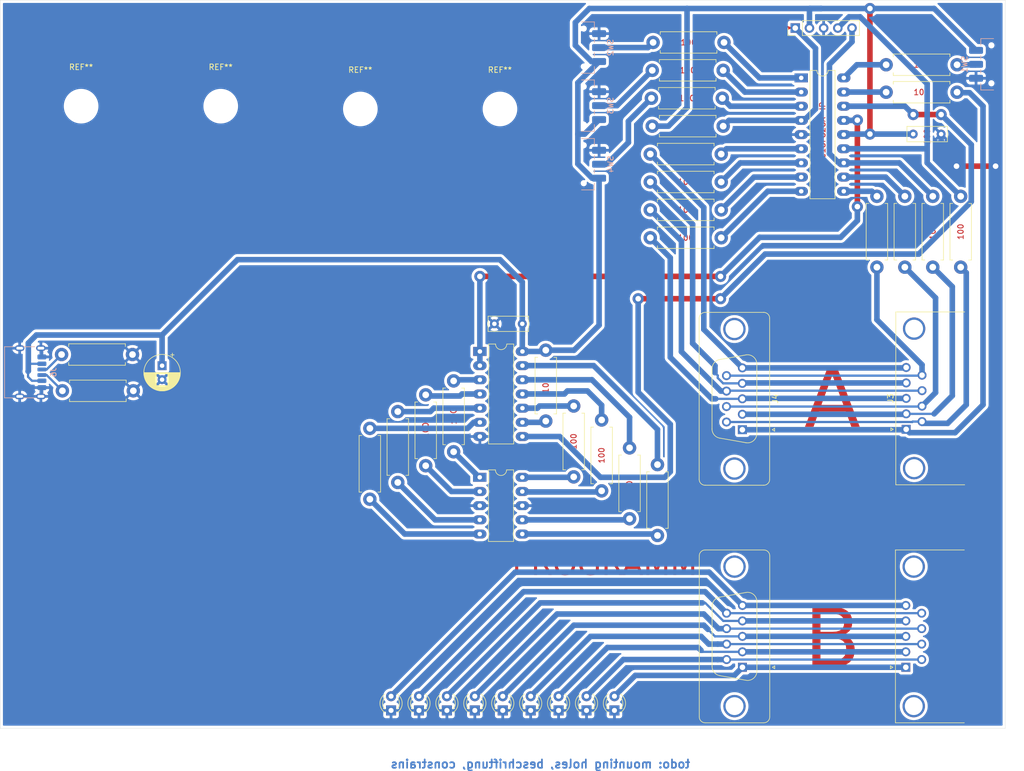
<source format=kicad_pcb>
(kicad_pcb (version 20240108) (generator "pcbnew") (generator_version "8.0")
  (layers (0 "F.Cu" signal) (31 "B.Cu" signal) (34 "B.Paste" user) (35 "F.Paste" user) (36 "B.SilkS" user "B.Silkscreen") (37 "F.SilkS" user "F.Silkscreen") (38 "B.Mask" user) (39 "F.Mask" user) (44 "Edge.Cuts" user))
  (net 0 "")
  (net 1 "GND")
  (net 2 "Net-(D1-A)")
  (net 3 "Net-(D2-A)")
  (net 4 "Net-(D3-A)")
  (net 5 "Net-(D4-A)")
  (net 6 "Net-(D5-A)")
  (net 7 "Net-(D6-A)")
  (net 8 "Net-(D7-A)")
  (net 9 "Net-(D8-A)")
  (net 10 "Net-(D9-A)")
  (net 15 "Net-(J3-Pad7)")
  (net 16 "Net-(J3-Pad8)")
  (net 17 "Net-(J3-Pad2)")
  (net 18 "Net-(J3-Pad1)")
  (net 20 "Net-(J3-Pad6)")
  (net 21 "Net-(J3-Pad5)")
  (net 22 "Net-(J3-Pad4)")
  (net 23 "Net-(J3-Pad9)")
  (net 24 "Net-(J3-Pad3)")
  (net 28 "Segment G")
  (net 29 "Segment F")
  (net 30 "Segment B")
  (net 31 "Segment A")
  (net 32 "Segment DP")
  (net 33 "Segment C")
  (net 34 "Segment E")
  (net 35 "Segment D")
  (net 36 "VDD")
  (net 37 "Net-(J6-CC1)")
  (net 38 "Net-(J6-CC2)")
  (net 39 "Net-(U2-Q0)")
  (net 40 "Net-(U2-Q1)")
  (net 41 "Net-(U2-Q2)")
  (net 42 "Net-(U2-Q3)")
  (net 43 "Net-(U2-Q4)")
  (net 44 "Net-(U2-Q5)")
  (net 45 "Net-(U2-Q6)")
  (net 46 "Net-(U2-Q7)")
  (net 47 "Net-(U1-AN1{slash}RA1)")
  (net 48 "Net-(R11-Pad2)")
  (net 49 "Net-(U1-Vref{slash}AN2{slash}RA2)")
  (net 50 "Net-(R12-Pad2)")
  (net 51 "Net-(R13-Pad2)")
  (net 52 "Net-(U1-CMP1{slash}AN3{slash}RA3)")
  (net 53 "Net-(U1-TOCKI{slash}CMP2{slash}RA4)")
  (net 54 "Net-(R14-Pad2)")
  (net 55 "Net-(U2-~{MR})")
  (net 56 "Net-(U1-RB0{slash}INT)")
  (net 57 "Net-(U1-RB1{slash}RX{slash}DT)")
  (net 58 "Net-(U1-RB2{slash}TX{slash}CK)")
  (net 59 "Net-(U1-RB3{slash}CCP1)")
  (net 60 "Net-(U1-RB4{slash}PGM)")
  (net 61 "Net-(U1-RB5)")
  (net 62 "Net-(U1-AN0{slash}RA0)")
  (net 63 "Net-(U1-CLKOUT{slash}OSC2{slash}RA6)")
  (net 64 "Net-(U1-CLKIN{slash}OSC1{slash}RA7)")
  (net 65 "VPP")
  (net 66 "PGC")
  (net 67 "PGD")
  (footprint "Resistor_THT:R_Axial_DIN0411_L9.9mm_D3.6mm_P12.70mm_Horizontal" (layer "F.Cu") (at 120.705 107.225 -90)
    (property "Reference" "R3" (hide yes))
    (property "Value" "100")
  )
  (footprint "Resistor_THT:R_Axial_DIN0411_L9.9mm_D3.6mm_P12.70mm_Horizontal" (layer "F.Cu") (at 152.205 106.225 -90)
    (property "Reference" "R5" (hide yes))
    (property "Value" "100")
  )
  (footprint "Package_DIP:DIP-14_W7.62mm_LongPads" (layer "F.Cu") (at 135.405 96.45)
    (property "Reference" "U2" (hide yes))
    (property "Value" "74HC164")
  )
  (footprint "Resistor_THT:R_Axial_DIN0411_L9.9mm_D3.6mm_P12.70mm_Horizontal" (layer "F.Cu") (at 178.82 51.08 180)
    (property "Reference" "R14" (hide yes))
    (property "Value" "100")
  )
  (footprint "Resistor_THT:R_Axial_DIN0411_L9.9mm_D3.6mm_P12.70mm_Horizontal" (layer "F.Cu") (at 125.705 104.225 -90)
    (property "Reference" "R2" (hide yes))
    (property "Value" "100")
  )
  (footprint "Resistor_THT:R_Axial_DIN0411_L9.9mm_D3.6mm_P12.70mm_Horizontal" (layer "F.Cu") (at 147.205 108.925 90)
    (property "Reference" "R15" (hide yes))
    (property "Value" "10k")
  )
  (footprint "Resistor_THT:R_Axial_DIN0411_L9.9mm_D3.6mm_P12.70mm_Horizontal" (layer "F.Cu") (at 208.15 45.08)
    (property "Reference" "R11" (hide yes))
    (property "Value" "100")
  )
  (footprint "Resistor_THT:R_Axial_DIN0411_L9.9mm_D3.6mm_P12.70mm_Horizontal" (layer "F.Cu") (at 73.35 103.5 180)
    (property "Reference" "R10" (hide yes))
    (property "Value" "4k7")
  )
  (footprint "Resistor_THT:R_Axial_DIN0411_L9.9mm_D3.6mm_P12.70mm_Horizontal" (layer "F.Cu") (at 166.27 56.08)
    (property "Reference" "R16" (hide yes))
    (property "Value" "10k")
  )
  (footprint "LED_THT:LED_D3.0mm" (layer "F.Cu") (at 154.5 160.77 90)
    (property "Reference" "D2" (hide yes))
    (property "Value" "LED")
  )
  (footprint "Resistor_THT:R_Axial_DIN0411_L9.9mm_D3.6mm_P12.70mm_Horizontal" (layer "F.Cu") (at 157.205 108.725 -90)
    (property "Reference" "R6" (hide yes))
    (property "Value" "100")
  )
  (footprint "Resistor_THT:R_Axial_DIN0411_L9.9mm_D3.6mm_P12.70mm_Horizontal" (layer "F.Cu") (at 115.705 110.225 -90)
    (property "Reference" "R4" (hide yes))
    (property "Value" "100")
  )
  (footprint "Connector_Dsub:DSUB-9_Female_Vertical_P2.77x2.84mm_MountingHoles" (layer "F.Cu") (at 182.405 110.475 -90)
    (property "Reference" "J4")
    (property "Value" "DE9_Receptacle_MountingHoles")
  )
  (footprint "Resistor_THT:R_Axial_DIN0411_L9.9mm_D3.6mm_P12.70mm_Horizontal" (layer "F.Cu") (at 216.5 81.35 90)
    (property "Reference" "R23" (hide yes))
    (property "Value" "100")
  )
  (footprint "Package_DIP:DIP-10_W7.62mm_LongPads" (layer "F.Cu") (at 135.38 119)
    (property "Reference" "J5" (hide yes))
    (property "Value" "Unbetitelte Telefunken-Anzeige aus Restbestände")
  )
  (footprint "Connector_Dsub:DSUB-9_Female_Vertical_P2.77x2.84mm_MountingHoles" (layer "F.Cu") (at 182.42 153.04 -90)
    (property "Reference" "J2" (hide yes))
    (property "Value" "DE9_Receptacle_MountingHoles")
  )
  (footprint "LED_THT:LED_D3.0mm" (layer "F.Cu") (at 144.5 160.77 90)
    (property "Reference" "D4" (hide yes))
    (property "Value" "LED")
  )
  (footprint "Resistor_THT:R_Axial_DIN0411_L9.9mm_D3.6mm_P12.70mm_Horizontal" (layer "F.Cu") (at 165.92 61.08)
    (property "Reference" "R17" (hide yes))
    (property "Value" "100")
  )
  (footprint "Connector_PinHeader_2.54mm:PinHeader_1x05_P2.54mm_Vertical" (layer "F.Cu") (at 191.88 38.5 90)
    (property "Reference" "J7" (hide yes))
    (property "Value" "ICSP")
  )
  (footprint "LED_THT:LED_D3.0mm" (layer "F.Cu") (at 134.5 160.77 90)
    (property "Reference" "D6" (hide yes))
    (property "Value" "LED")
  )
  (footprint "Resistor_THT:R_Axial_DIN0411_L9.9mm_D3.6mm_P12.70mm_Horizontal" (layer "F.Cu") (at 73.2 97 180)
    (property "Reference" "R9" (hide yes))
    (property "Value" "4k7")
  )
  (footprint "Resistor_THT:R_Axial_DIN0411_L9.9mm_D3.6mm_P12.70mm_Horizontal" (layer "F.Cu") (at 206.5 81.35 90)
    (property "Reference" "R21" (hide yes))
    (property "Value" "100")
  )
  (footprint "LED_THT:LED_D3.0mm" (layer "F.Cu") (at 119.5 160.77 90)
    (property "Reference" "D9" (hide yes))
    (property "Value" "LED")
  )
  (footprint "LED_THT:LED_D3.0mm" (layer "F.Cu") (at 139.5 160.77 90)
    (property "Reference" "D5" (hide yes))
    (property "Value" "LED")
  )
  (footprint "Resistor_THT:R_Axial_DIN0411_L9.9mm_D3.6mm_P12.70mm_Horizontal" (layer "F.Cu") (at 165.92 71.08)
    (property "Reference" "R19" (hide yes))
    (property "Value" "100")
  )
  (footprint "Resistor_THT:R_Axial_DIN0411_L9.9mm_D3.6mm_P12.70mm_Horizontal" (layer "F.Cu") (at 165.92 76.08)
    (property "Reference" "R20" (hide yes))
    (property "Value" "100")
  )
  (footprint "MountingHole:MountingHole_6mm" (layer "F.Cu") (at 139 53)
    (property "Reference" "REF**")
    (property "Value" "MountingHole_6mm")
  )
  (footprint "Resistor_THT:R_Axial_DIN0411_L9.9mm_D3.6mm_P12.70mm_Horizontal" (layer "F.Cu") (at 167.205 116.725 -90)
    (property "Reference" "R8" (hide yes))
    (property "Value" "100")
  )
  (footprint "Resistor_THT:R_Axial_DIN0411_L9.9mm_D3.6mm_P12.70mm_Horizontal" (layer "F.Cu") (at 178.97 46.08 180)
    (property "Reference" "R13" (hide yes))
    (property "Value" "100")
  )
  (footprint "Resistor_THT:R_Axial_DIN0411_L9.9mm_D3.6mm_P12.70mm_Horizontal" (layer "F.Cu") (at 211.5 81.35 90)
    (property "Reference" "R22" (hide yes))
    (property "Value" "100")
  )
  (footprint "Capacitor_THT:C_Disc_D7.0mm_W2.5mm_P5.00mm" (layer "F.Cu") (at 143 91.5 180)
    (property "Reference" "C2" (hide yes))
    (property "Value" "100n")
  )
  (footprint "Connector_Dsub:DSUB-9_Male_Horizontal_P2.77x2.84mm_EdgePinOffset7.70mm_Housed_MountingHolesOffset9.12mm" (layer "F.Cu") (at 211.674669 153.04 90)
    (property "Reference" "J1" (hide yes))
    (property "Value" "DE9_Plug_MountingHoles")
  )
  (footprint "Connector_Dsub:DSUB-9_Male_Horizontal_P2.77x2.84mm_EdgePinOffset7.70mm_Housed_MountingHolesOffset9.12mm" (layer "F.Cu") (at 211.739669 110.4 90)
    (property "Reference" "J3")
    (property "Value" "DE9_Plug_MountingHoles")
  )
  (footprint "Resistor_THT:R_Axial_DIN0411_L9.9mm_D3.6mm_P12.70mm_Horizontal" (layer "F.Cu") (at 221.5 81.35 90)
    (property "Reference" "R24" (hide yes))
    (property "Value" "100")
  )
  (footprint "Resistor_THT:R_Axial_DIN0411_L9.9mm_D3.6mm_P12.70mm_Horizontal" (layer "F.Cu") (at 165.92 66.08)
    (property "Reference" "R18" (hide yes))
    (property "Value" "100")
  )
  (footprint "LED_THT:LED_D3.0mm" (layer "F.Cu") (at 124.5 160.77 90)
    (property "Reference" "D8" (hide yes))
    (property "Value" "LED")
  )
  (footprint "MountingHole:MountingHole_6mm" (layer "F.Cu") (at 64 52.5)
    (property "Reference" "REF**")
    (property "Value" "MountingHole_6mm")
  )
  (footprint "Package_DIP:DIP-18_W7.62mm_LongPads" (layer "F.Cu") (at 192.945 47.43)
    (property "Reference" "U1" (hide yes))
    (property "Value" "PIC16F628A-IP")
  )
  (footprint "LED_THT:LED_D3.0mm" (layer "F.Cu") (at 129.5 160.77 90)
    (property "Reference" "D7" (hide yes))
    (property "Value" "LED")
  )
  (footprint "Resistor_THT:R_Axial_DIN0411_L9.9mm_D3.6mm_P12.70mm_Horizontal" (layer "F.Cu") (at 179.12 41.08 180)
    (property "Reference" "R12" (hide yes))
    (property "Value" "100")
  )
  (footprint "Resistor_THT:R_Axial_DIN0411_L9.9mm_D3.6mm_P12.70mm_Horizontal" (layer "F.Cu") (at 162.205 113.725 -90)
    (property "Reference" "R7" (hide yes))
    (property "Value" "100")
  )
  (footprint "Resistor_THT:R_Axial_DIN0411_L9.9mm_D3.6mm_P12.70mm_Horizontal" (layer "F.Cu") (at 130.705 101.725 -90)
    (property "Reference" "R1" (hide yes))
    (property "Value" "100")
  )
  (footprint "MountingHole:MountingHole_6mm" (layer "F.Cu") (at 114 53)
    (property "Reference" "REF**")
    (property "Value" "MountingHole_6mm")
  )
  (footprint "LED_THT:LED_D3.0mm" (layer "F.Cu") (at 149.5 160.77 90)
    (property "Reference" "D3" (hide yes))
    (property "Value" "LED")
  )
  (footprint "MountingHole:MountingHole_6mm" (layer "F.Cu") (at 89 52.5)
    (property "Reference" "REF**")
    (property "Value" "MountingHole_6mm")
  )
  (footprint "Resistor_THT:R_Axial_DIN0411_L9.9mm_D3.6mm_P12.70mm_Horizontal" (layer "F.Cu") (at 220.85 50 180)
    (property "Reference" "R25" (hide yes))
    (property "Value" "100")
  )
  (footprint "Capacitor_THT:CP_Radial_D6.3mm_P2.50mm" (layer "F.Cu") (at 78.5 99 -90)
    (property "Reference" "C3" (hide yes))
    (property "Value" "47u")
  )
  (footprint "LED_THT:LED_D3.0mm" (layer "F.Cu") (at 159.5 160.77 90)
    (property "Reference" "D1" (hide yes))
    (property "Value" "LED")
  )
  (footprint "Capacitor_THT:C_Disc_D7.0mm_W2.5mm_P5.00mm" (layer "F.Cu") (at 213 57.5)
    (property "Reference" "C1" (hide yes))
    (property "Value" "100n")
  )
  (footprint "Button_Switch_SMD:SW_SPDT_CK_JS102011SAQN" (layer "B.Cu") (at 227 45 -90)
    (property "Reference" "SW1")
    (property "Value" "SW_Reed_SPDT")
  )
  (footprint "Connector_USB:USB_C_Receptacle_HRO_TYPE-C-31-M-17" (layer "B.Cu") (at 53.8 100.18 90)
    (property "Reference" "J6")
    (property "Value" "USB_C_Receptacle_PowerOnly_6P")
  )
  (footprint "Button_Switch_SMD:SW_SPDT_CK_JS102011SAQN" (layer "B.Cu") (at 154 52.4 90)
    (property "Reference" "SW3")
    (property "Value" "SW_Reed_SPDT")
  )
  (footprint "Button_Switch_SMD:SW_SPDT_CK_JS102011SAQN" (layer "B.Cu") (at 154 62.9 90)
    (property "Reference" "SW4")
    (property "Value" "SW_Reed_SPDT")
  )
  (footprint "Button_Switch_SMD:SW_SPDT_CK_JS102011SAQN" (layer "B.Cu") (at 154 42 90)
    (property "Reference" "SW2")
    (property "Value" "SW_Reed_SPDT")
  )
  (gr_line (start 55.88 40.64) (end 55.88 40.64) (stroke (width 0.2)) (layer "F.Cu"))
  (gr_line (start 147.32 74.93) (end 55.88 74.93) (stroke (width 0.2)) (layer "F.Cu"))
  (gr_line (start 147.32 40.64) (end 147.32 74.93) (stroke (width 0.2)) (layer "F.Cu"))
  (gr_line (start 55.88 74.93) (end 55.88 40.64) (stroke (width 0.2)) (layer "F.Cu"))
  (gr_line (start 129.54 40.64) (end 147.32 40.64) (stroke (width 0.2)) (layer "F.Cu"))
  (gr_rect (start 49.5 33.5) (end 229.5 164) (stroke (width 0.05)) (fill none) (layer "Edge.Cuts"))
  (gr_text "AKTUELLES PROGRAMM" (at 107.95 137.16 0) (layer "F.Cu") (effects (font (size 4 4) (thickness 1)) (justify left bottom)))
  (gr_text "B" (at 193.5 154.75 0) (layer "F.Cu") (effects (font (size 10.5 10.5) (thickness 1)) (justify left bottom)))
  (gr_text "1" (at 136.75 73.75 0) (layer "F.Cu") (effects (font (size 10.5 10.5) (thickness 1)) (justify left bottom)))
  (gr_text "4" (at 85 73.75 0) (layer "F.Cu") (effects (font (size 10.5 10.5) (thickness 1)) (justify left bottom)))
  (gr_text ">" (at 188.5 40 0) (layer "F.Cu") (effects (font (size 2.5 2.5) (thickness 0.5)) (justify left bottom)))
  (gr_text "A" (at 193.5 111.75 0) (layer "F.Cu") (effects (font (size 10.5 10.5) (thickness 1)) (justify left bottom)))
  (gr_text "8" (at 59.75 73.75 0) (layer "F.Cu") (effects (font (size 10.5 10.5) (thickness 1)) (justify left bottom)))
  (gr_text "KABELTYPENNUMMER" (at 57.15 44.45 0) (layer "F.Cu") (effects (font (size 5 5) (thickness 1)) (justify left bottom)))
  (gr_text "2" (at 110.5 73.75 0) (layer "F.Cu") (effects (font (size 10.5 10.5) (thickness 1)) (justify left bottom)))
  (gr_text "todo: mounting holes, beschriftung, constrains" (at 119.25 171.25 0) (layer "B.Cu") (effects (font (size 1.5 1.5) (thickness 0.3) (bold yes)) (justify right bottom mirror)))
  (segment (start 220.75 63.25) (end 227.75 63.25) (width 1) (layer "F.Cu") (net 1))
  (via (at 220.75 63.25) (size 2) (drill 1) (layers "F.Cu" "B.Cu") (net 1))
  (via (at 227.75 63.25) (size 2) (drill 1) (layers "F.Cu" "B.Cu") (net 1))
  (segment (start 218 57.5) (end 218 60.5) (width 1) (layer "B.Cu") (net 1))
  (segment (start 218 60.5) (end 220.75 63.25) (width 1) (layer "B.Cu") (net 1))
  (segment (start 163.23 154.5) (end 180.96 154.5) (width 1) (layer "B.Cu") (net 2))
  (segment (start 211.674669 153.04) (end 182.42 153.04) (width 1) (layer "B.Cu") (net 2))
  (segment (start 159.5 158.23) (end 163.23 154.5) (width 1) (layer "B.Cu") (net 2))
  (segment (start 180.96 154.5) (end 182.42 153.04) (width 1) (layer "B.Cu") (net 2))
  (segment (start 161.075 151.655) (end 178 151.655) (width 1) (layer "B.Cu") (net 3))
  (segment (start 214.514669 151.655) (end 178 151.655) (width 0.4) (layer "B.Cu") (net 3))
  (segment (start 161.075 151.655) (end 154.5 158.23) (width 1) (layer "B.Cu") (net 3))
  (segment (start 178 151.655) (end 179.58 151.655) (width 1) (layer "B.Cu") (net 3))
  (segment (start 175.27 150.27) (end 175 150) (width 0.4) (layer "B.Cu") (net 4))
  (segment (start 149.5 158.23) (end 158.23 149.5) (width 1) (layer "B.Cu") (net 4))
  (segment (start 211.674669 150.27) (end 182.42 150.27) (width 1) (layer "B.Cu") (net 4))
  (segment (start 182.42 150.27) (end 175.27 150.27) (width 0.4) (layer "B.Cu") (net 4))
  (segment (start 174.5 149.5) (end 175 150) (width 1) (layer "B.Cu") (net 4))
  (segment (start 158.23 149.5) (end 174.5 149.5) (width 1) (layer "B.Cu") (net 4))
  (segment (start 178 148.885) (end 179.58 148.885) (width 1) (layer "B.Cu") (net 5))
  (segment (start 155.23 147.5) (end 175 147.5) (width 1) (layer "B.Cu") (net 5))
  (segment (start 175 147.5) (end 176.385 148.885) (width 1) (layer "B.Cu") (net 5))
  (segment (start 144.5 158.23) (end 155.23 147.5) (width 1) (layer "B.Cu") (net 5))
  (segment (start 214.514669 148.885) (end 178 148.885) (width 0.4) (layer "B.Cu") (net 5))
  (segment (start 176.385 148.885) (end 178 148.885) (width 1) (layer "B.Cu") (net 5))
  (segment (start 211.674669 147.5) (end 182.42 147.5) (width 1) (layer "B.Cu") (net 6))
  (segment (start 182.42 147.5) (end 177.5 147.5) (width 0.4) (layer "B.Cu") (net 6))
  (segment (start 175.875 145.875) (end 176.25 146.25) (width 1) (layer "B.Cu") (net 6))
  (segment (start 175.5 145.5) (end 175.875 145.875) (width 1) (layer "B.Cu") (net 6))
  (segment (start 152.23 145.5) (end 175.5 145.5) (width 1) (layer "B.Cu") (net 6))
  (segment (start 139.5 158.23) (end 152.23 145.5) (width 1) (layer "B.Cu") (net 6))
  (segment (start 177.5 147.5) (end 175.875 145.875) (width 0.4) (layer "B.Cu") (net 6))
  (segment (start 149.23 143.5) (end 175.5 143.5) (width 1) (layer "B.Cu") (net 7))
  (segment (start 134.5 158.23) (end 149.23 143.5) (width 1) (layer "B.Cu") (net 7))
  (segment (start 178.115 146.115) (end 179.58 146.115) (width 1) (layer "B.Cu") (net 7))
  (segment (start 214.514669 146.115) (end 179.58 146.115) (width 0.4) (layer "B.Cu") (net 7))
  (segment (start 175.5 143.5) (end 178.115 146.115) (width 1) (layer "B.Cu") (net 7))
  (segment (start 175.755292 141.5) (end 178.985292 144.73) (width 0.4) (layer "B.Cu") (net 8))
  (segment (start 175.25 141.5) (end 175.755292 141.5) (width 0.4) (layer "B.Cu") (net 8))
  (segment (start 146.23 141.5) (end 129.5 158.23) (width 1) (layer "B.Cu") (net 8))
  (segment (start 175.25 141.5) (end 146.23 141.5) (width 1) (layer "B.Cu") (net 8))
  (segment (start 211.674669 144.73) (end 182.42 144.73) (width 1) (layer "B.Cu") (net 8))
  (segment (start 178.985292 144.73) (end 182.42 144.73) (width 0.4) (layer "B.Cu") (net 8))
  (segment (start 179.58 143.345) (end 175.735 139.5) (width 1) (layer "B.Cu") (net 9))
  (segment (start 143.23 139.5) (end 175.735 139.5) (width 1) (layer "B.Cu") (net 9))
  (segment (start 214.514669 143.345) (end 179.58 143.345) (width 0.4) (layer "B.Cu") (net 9))
  (segment (start 143.23 139.5) (end 124.5 158.23) (width 1) (layer "B.Cu") (net 9))
  (segment (start 182.42 141.96) (end 211.674669 141.96) (width 1) (layer "B.Cu") (net 10))
  (segment (start 176.46 136) (end 182.42 141.96) (width 1) (layer "B.Cu") (net 10))
  (segment (start 119.5 158.23) (end 141.73 136) (width 1) (layer "B.Cu") (net 10))
  (segment (start 141.73 136) (end 176.46 136) (width 1) (layer "B.Cu") (net 10))
  (segment (start 211.5 81.35) (end 217 86.85) (width 1) (layer "B.Cu") (net 15))
  (segment (start 217 86.85) (end 217 103.824669) (width 1) (layer "B.Cu") (net 15))
  (segment (start 179.565 106.32) (end 214.504669 106.32) (width 0.4) (layer "B.Cu") (net 15))
  (segment (start 214.504669 106.32) (end 214.579669 106.245) (width 0.4) (layer "B.Cu") (net 15))
  (segment (start 217 103.824669) (end 214.579669 106.245) (width 1) (layer "B.Cu") (net 15))
  (segment (start 214.579669 103.475) (end 179.64 103.475) (width 0.4) (layer "B.Cu") (net 16))
  (segment (start 171.5 76.66) (end 171.5 96.5) (width 1) (layer "B.Cu") (net 16))
  (segment (start 179.64 103.475) (end 179.565 103.55) (width 0.4) (layer "B.Cu") (net 16))
  (segment (start 178.55 103.55) (end 179.565 103.55) (width 1) (layer "B.Cu") (net 16))
  (segment (start 165.92 71.08) (end 171.5 76.66) (width 1) (layer "B.Cu") (net 16))
  (segment (start 171.5 96.5) (end 178.55 103.55) (width 1) (layer "B.Cu") (net 16))
  (segment (start 216.75 107.63) (end 211.739669 107.63) (width 0.4) (layer "B.Cu") (net 17))
  (segment (start 211.664669 107.705) (end 211.739669 107.63) (width 1) (layer "B.Cu") (net 17))
  (segment (start 182.405 107.705) (end 211.664669 107.705) (width 1) (layer "B.Cu") (net 17))
  (segment (start 220 104.38) (end 220 84.85) (width 1) (layer "B.Cu") (net 17))
  (segment (start 216.75 107.63) (end 220 104.38) (width 1) (layer "B.Cu") (net 17))
  (segment (start 220 84.85) (end 216.5 81.35) (width 1) (layer "B.Cu") (net 17))
  (segment (start 225.5 106) (end 220.5 111) (width 1) (layer "B.Cu") (net 18))
  (segment (start 220.93 50.08) (end 223.08 50.08) (width 1) (layer "B.Cu") (net 18))
  (segment (start 220.85 50) (end 220.93 50.08) (width 1) (layer "B.Cu") (net 18))
  (segment (start 225.5 52.5) (end 225.5 106) (width 1) (layer "B.Cu") (net 18))
  (segment (start 212.339669 111) (end 211.739669 110.4) (width 1) (layer "B.Cu") (net 18))
  (segment (start 220.5 111) (end 212.339669 111) (width 1) (layer "B.Cu") (net 18))
  (segment (start 211.664669 110.475) (end 211.739669 110.4) (width 1) (layer "B.Cu") (net 18))
  (segment (start 223.08 50.08) (end 225.5 52.5) (width 1) (layer "B.Cu") (net 18))
  (segment (start 182.405 110.475) (end 211.664669 110.475) (width 1) (layer "B.Cu") (net 18))
  (segment (start 219.17 109.33) (end 214.579669 109.33) (width 1) (layer "B.Cu") (net 20))
  (segment (start 212.829669 109.09) (end 212.904669 109.015) (width 0.4) (layer "B.Cu") (net 20))
  (segment (start 222.5 106) (end 219.17 109.33) (width 1) (layer "B.Cu") (net 20))
  (segment (start 221.5 81.35) (end 222.5 82.35) (width 1) (layer "B.Cu") (net 20))
  (segment (start 222.5 82.35) (end 222.5 106) (width 1) (layer "B.Cu") (net 20))
  (segment (start 179.565 109.09) (end 212.829669 109.09) (width 0.4) (layer "B.Cu") (net 20))
  (segment (start 212.904669 109.015) (end 214.579669 109.015) (width 0.4) (layer "B.Cu") (net 20))
  (segment (start 211.664669 99.395) (end 211.739669 99.32) (width 1) (layer "B.Cu") (net 21))
  (segment (start 175.5 70.66) (end 175.5 92.49) (width 1) (layer "B.Cu") (net 21))
  (segment (start 165.92 61.08) (end 175.5 70.66) (width 1) (layer "B.Cu") (net 21))
  (segment (start 182.405 99.395) (end 211.664669 99.395) (width 1) (layer "B.Cu") (net 21))
  (segment (start 175.5 92.49) (end 182.405 99.395) (width 1) (layer "B.Cu") (net 21))
  (segment (start 173.5 73.66) (end 165.92 66.08) (width 1) (layer "B.Cu") (net 22))
  (segment (start 177.5 99) (end 173.5 95) (width 1) (layer "B.Cu") (net 22))
  (segment (start 173.5 95) (end 173.5 73.66) (width 1) (layer "B.Cu") (net 22))
  (segment (start 211.739669 102.09) (end 182.48 102.09) (width 1) (layer "B.Cu") (net 22))
  (segment (start 178.9701 102.165) (end 182.405 102.165) (width 0.4) (layer "B.Cu") (net 22))
  (segment (start 178 101.1949) (end 178.9701 102.165) (width 0.4) (layer "B.Cu") (net 22))
  (segment (start 178 100.75) (end 178 101.1949) (width 0.4) (layer "B.Cu") (net 22))
  (segment (start 182.48 102.09) (end 182.405 102.165) (width 1) (layer "B.Cu") (net 22))
  (segment (start 177.5 100.25) (end 178 100.75) (width 0.4) (layer "B.Cu") (net 22))
  (segment (start 177.5 100.25) (end 177.5 99) (width 1) (layer "B.Cu") (net 22))
  (segment (start 214.579669 98.839023) (end 214.579669 100.705) (width 1) (layer "B.Cu") (net 23))
  (segment (start 179.565 100.78) (end 214.504669 100.78) (width 0.4) (layer "B.Cu") (net 23))
  (segment (start 206.5 81.35) (end 206.5 90.759354) (width 1) (layer "B.Cu") (net 23))
  (segment (start 214.504669 100.78) (end 214.579669 100.705) (width 0.4) (layer "B.Cu") (net 23))
  (segment (start 206.5 90.759354) (end 214.579669 98.839023) (width 1) (layer "B.Cu") (net 23))
  (segment (start 169.5 97.5) (end 169.5 79.66) (width 1) (layer "B.Cu") (net 24))
  (segment (start 169.5 79.66) (end 165.92 76.08) (width 1) (layer "B.Cu") (net 24))
  (segment (start 182.48 104.86) (end 182.405 104.935) (width 1) (layer "B.Cu") (net 24))
  (segment (start 177.63888 104.935) (end 182.405 104.935) (width 0.4) (layer "B.Cu") (net 24))
  (segment (start 176.935 104.935) (end 169.5 97.5) (width 1) (layer "B.Cu") (net 24))
  (segment (start 211.739669 104.86) (end 182.48 104.86) (width 1) (layer "B.Cu") (net 24))
  (segment (start 177.63888 104.935) (end 176.935 104.935) (width 1) (layer "B.Cu") (net 24))
  (segment (start 135.28 119) (end 130.705 114.425) (width 1) (layer "B.Cu") (net 28))
  (segment (start 135.88 119) (end 135.28 119) (width 1) (layer "B.Cu") (net 28))
  (segment (start 130.32 121.54) (end 125.705 116.925) (width 1) (layer "B.Cu") (net 29))
  (segment (start 135.88 121.54) (end 130.32 121.54) (width 1) (layer "B.Cu") (net 29))
  (segment (start 143.585 121.625) (end 157.005 121.625) (width 1) (layer "B.Cu") (net 30))
  (segment (start 157.005 121.625) (end 157.205 121.425) (width 1) (layer "B.Cu") (net 30))
  (segment (start 143.5 121.54) (end 143.585 121.625) (width 1) (layer "B.Cu") (net 30))
  (segment (start 143.5 119) (end 152.13 119) (width 1) (layer "B.Cu") (net 31))
  (segment (start 152.13 119) (end 152.205 118.925) (width 1) (layer "B.Cu") (net 31))
  (segment (start 143.5 129.16) (end 166.94 129.16) (width 1) (layer "B.Cu") (net 32))
  (segment (start 166.94 129.16) (end 167.205 129.425) (width 1) (layer "B.Cu") (net 32))
  (segment (start 143.5 126.62) (end 162.01 126.62) (width 1) (layer "B.Cu") (net 33))
  (segment (start 162.01 126.62) (end 162.205 126.425) (width 1) (layer "B.Cu") (net 33))
  (segment (start 135.88 126.62) (end 127.4 126.62) (width 1) (layer "B.Cu") (net 34))
  (segment (start 127.4 126.62) (end 120.705 119.925) (width 1) (layer "B.Cu") (net 34))
  (segment (start 121.94 129.16) (end 115.705 122.925) (width 1) (layer "B.Cu") (net 35))
  (segment (start 135.88 129.16) (end 121.94 129.16) (width 1) (layer "B.Cu") (net 35))
  (segment (start 205.25 57.5) (end 205.25 35) (width 1) (layer "F.Cu") (net 36))
  (via (at 205.25 57.5) (size 2) (drill 1) (layers "F.Cu" "B.Cu") (net 36))
  (via (at 205.25 35) (size 2) (drill 1) (layers "F.Cu" "B.Cu") (net 36))
  (segment (start 156.75 44.5) (end 152.95 48.3) (width 1) (layer "B.Cu") (net 36))
  (segment (start 152.5 41.606802) (end 152.5 37.5) (width 1) (layer "B.Cu") (net 36))
  (segment (start 143 91.5) (end 143 96.425) (width 1) (layer "B.Cu") (net 36))
  (segment (start 54.5 101) (end 54.5 100) (width 0.4) (layer "B.Cu") (net 36))
  (segment (start 54.55 99.95) (end 54.5 100) (width 1) (layer "B.Cu") (net 36))
  (segment (start 78.5 93.5) (end 56 93.5) (width 1) (layer "B.Cu") (net 36))
  (segment (start 156.75 44.5) (end 155.393198 44.5) (width 1) (layer "B.Cu") (net 36))
  (segment (start 54.55 94.95) (end 54.55 99.95) (width 1) (layer "B.Cu") (net 36))
  (segment (start 156.75 65.4) (end 156.75 91.75) (width 1) (layer "B.Cu") (net 36))
  (segment (start 143 84) (end 139 80) (width 1) (layer "B.Cu") (net 36))
  (segment (start 54.64 98.66) (end 54.5 98.8) (width 0.4) (layer "B.Cu") (net 36))
  (segment (start 155 35) (end 172.5 35) (width 1) (layer "B.Cu") (net 36))
  (segment (start 156.75 54.9) (end 154.15 57.5) (width 1) (layer "B.Cu") (net 36))
  (segment (start 152.95 62.85) (end 155.5 65.4) (width 1) (layer "B.Cu") (net 36))
  (segment (start 172.5 35) (end 196.5 35) (width 1) (layer "B.Cu") (net 36))
  (segment (start 213 57.5) (end 205.25 57.5) (width 1) (layer "B.Cu") (net 36))
  (segment (start 194.42 38.5) (end 194.42 35.08) (width 1) (layer "B.Cu") (net 36))
  (segment (start 194.42 35.08) (end 194.5 35) (width 1) (layer "B.Cu") (net 36))
  (segment (start 205.25 57.5) (end 200.655 57.5) (width 1) (layer "B.Cu") (net 36))
  (segment (start 143.025 96.45) (end 146.98 96.45) (width 1) (layer "B.Cu") (net 36))
  (segment (start 172.5 52.75) (end 172.5 35) (width 1) (layer "B.Cu") (net 36))
  (segment (start 55.2 101.7) (end 54.5 101) (width 0.4) (layer "B.Cu") (net 36))
  (segment (start 56.98 98.66) (end 54.64 98.66) (width 0.4) (layer "B.Cu") (net 36))
  (segment (start 139 80) (end 92 80) (width 1) (layer "B.Cu") (net 36))
  (segment (start 152.5 37.5) (end 155 35) (width 1) (layer "B.Cu") (net 36))
  (segment (start 205.25 35) (end 216.75 35) (width 1) (layer "B.Cu") (net 36))
  (segment (start 216.75 35) (end 224.25 42.5) (width 1) (layer "B.Cu") (net 36))
  (segment (start 155.393198 44.5) (end 152.5 41.606802) (width 1) (layer "B.Cu") (net 36))
  (segment (start 92 80) (end 78.5 93.5) (width 1) (layer "B.Cu") (net 36))
  (segment (start 143 93.5) (end 143 84) (width 1) (layer "B.Cu") (net 36))
  (segment (start 56.98 101.7) (end 55.2 101.7) (width 0.4) (layer "B.Cu") (net 36))
  (segment (start 169.17 56.08) (end 172.5 52.75) (width 1) (layer "B.Cu") (net 36))
  (segment (start 56 93.5) (end 54.55 94.95) (width 1) (layer "B.Cu") (net 36))
  (segment (start 200.655 57.5) (end 200.565 57.59) (width 1) (layer "B.Cu") (net 36))
  (segment (start 143 96.425) (end 143.025 96.45) (width 1) (layer "B.Cu") (net 36))
  (segment (start 54.5 98.8) (end 54.5 100) (width 0.4) (layer "B.Cu") (net 36))
  (segment (start 152.275 96.225) (end 147.205 96.225) (width 1) (layer "B.Cu") (net 36))
  (segment (start 194.5 35) (end 196.5 35) (width 1) (layer "B.Cu") (net 36))
  (segment (start 156.75 91.75) (end 152.275 96.225) (width 1) (layer "B.Cu") (net 36))
  (segment (start 155.5 65.4) (end 156.75 65.4) (width 1) (layer "B.Cu") (net 36))
  (segment (start 196.5 35) (end 205.25 35) (width 1) (layer "B.Cu") (net 36))
  (segment (start 154.15 57.5) (end 152.95 57.5) (width 1) (layer "B.Cu") (net 36))
  (segment (start 166.27 56.08) (end 169.17 56.08) (width 1) (layer "B.Cu") (net 36))
  (segment (start 152.95 48.3) (end 152.95 57.5) (width 1) (layer "B.Cu") (net 36))
  (segment (start 78.5 99) (end 78.5 93.5) (width 1) (layer "B.Cu") (net 36))
  (segment (start 152.95 57.5) (end 152.95 62.85) (width 1) (layer "B.Cu") (net 36))
  (segment (start 146.98 96.45) (end 147.205 96.225) (width 1) (layer "B.Cu") (net 36))
  (segment (start 57.83 100.68) (end 60.65 103.5) (width 0.4) (layer "B.Cu") (net 37))
  (segment (start 56.98 100.68) (end 57.83 100.68) (width 0.4) (layer "B.Cu") (net 37))
  (segment (start 57.82 99.68) (end 60.5 97) (width 0.4) (layer "B.Cu") (net 38))
  (segment (start 56.98 99.68) (end 57.82 99.68) (width 0.4) (layer "B.Cu") (net 38))
  (segment (start 135.405 101.53) (end 130.9 101.53) (width 1) (layer "B.Cu") (net 39))
  (segment (start 130.9 101.53) (end 130.705 101.725) (width 1) (layer "B.Cu") (net 39))
  (segment (start 131.855 104.425) (end 125.905 104.425) (width 1) (layer "B.Cu") (net 40))
  (segment (start 132.205 104.075) (end 131.855 104.425) (width 1) (layer "B.Cu") (net 40))
  (segment (start 125.905 104.425) (end 125.705 104.225) (width 1) (layer "B.Cu") (net 40))
  (segment (start 135.4 104.075) (end 132.205 104.075) (width 1) (layer "B.Cu") (net 40))
  (segment (start 135.405 104.07) (end 135.4 104.075) (width 1) (layer "B.Cu") (net 40))
  (segment (start 126.523377 107.225) (end 120.705 107.225) (width 1) (layer "B.Cu") (net 41))
  (segment (start 127.138377 106.61) (end 126.523377 107.225) (width 1) (layer "B.Cu") (net 41))
  (segment (start 135.405 106.61) (end 127.138377 106.61) (width 1) (layer "B.Cu") (net 41))
  (segment (start 133.217309 110.225) (end 134.292309 109.15) (width 1) (layer "B.Cu") (net 42))
  (segment (start 134.292309 109.15) (end 135.405 109.15) (width 1) (layer "B.Cu") (net 42))
  (segment (start 115.705 110.225) (end 133.217309 110.225) (width 1) (layer "B.Cu") (net 42))
  (segment (start 143.025 106.61) (end 145.701623 106.61) (width 1) (layer "B.Cu") (net 43))
  (segment (start 145.701623 106.61) (end 146.086623 106.225) (width 1) (layer "B.Cu") (net 43))
  (segment (start 146.086623 106.225) (end 152.205 106.225) (width 1) (layer "B.Cu") (net 43))
  (segment (start 143.025 104.07) (end 150.541623 104.07) (width 1) (layer "B.Cu") (net 44))
  (segment (start 154.655 103.525) (end 157.205 106.075) (width 1) (layer "B.Cu") (net 44))
  (segment (start 157.205 106.075) (end 157.205 108.725) (width 1) (layer "B.Cu") (net 44))
  (segment (start 150.541623 104.07) (end 151.086623 103.525) (width 1) (layer "B.Cu") (net 44))
  (segment (start 151.086623 103.525) (end 154.655 103.525) (width 1) (layer "B.Cu") (net 44))
  (segment (start 143.03 101.525) (end 155.483428 101.525) (width 1) (layer "B.Cu") (net 45))
  (segment (start 162.205 108.246572) (end 162.205 113.725) (width 1) (layer "B.Cu") (net 45))
  (segment (start 155.483428 101.525) (end 162.205 108.246572) (width 1) (layer "B.Cu") (net 45))
  (segment (start 143.025 101.53) (end 143.03 101.525) (width 1) (layer "B.Cu") (net 45))
  (segment (start 143.025 98.99) (end 155.776856 98.99) (width 1) (layer "B.Cu") (net 46))
  (segment (start 155.776856 98.99) (end 167.205 110.418144) (width 1) (layer "B.Cu") (net 46))
  (segment (start 167.205 110.418144) (end 167.205 116.725) (width 1) (layer "B.Cu") (net 46))
  (segment (start 202.915 45.08) (end 200.565 47.43) (width 1) (layer "B.Cu") (net 47))
  (segment (start 208.15 45.08) (end 202.915 45.08) (width 1) (layer "B.Cu") (net 47))
  (segment (start 224.17 45.08) (end 224.25 45) (width 1) (layer "B.Cu") (net 48))
  (segment (start 220.85 45.08) (end 224.17 45.08) (width 1) (layer "B.Cu") (net 48))
  (segment (start 224.25 45) (end 223.75 45) (width 1) (layer "B.Cu") (net 48))
  (segment (start 192.945 47.43) (end 185.47 47.43) (width 1) (layer "B.Cu") (net 49))
  (segment (start 185.47 47.43) (end 179.12 41.08) (width 1) (layer "B.Cu") (net 49))
  (segment (start 166.42 41.08) (end 165.5 42) (width 1) (layer "B.Cu") (net 50))
  (segment (start 165.5 42) (end 156.75 42) (width 1) (layer "B.Cu") (net 50))
  (segment (start 159.95 52.4) (end 156.75 52.4) (width 1) (layer "B.Cu") (net 51))
  (segment (start 166.27 46.08) (end 159.95 52.4) (width 1) (layer "B.Cu") (net 51))
  (segment (start 178.97 46.08) (end 182.86 49.97) (width 1) (layer "B.Cu") (net 52))
  (segment (start 182.86 49.97) (end 192.945 49.97) (width 1) (layer "B.Cu") (net 52))
  (segment (start 178.82 51.08) (end 180.25 52.51) (width 1) (layer "B.Cu") (net 53))
  (segment (start 180.25 52.51) (end 192.945 52.51) (width 1) (layer "B.Cu") (net 53))
  (segment (start 162 59.006802) (end 158.106802 62.9) (width 1) (layer "B.Cu") (net 54))
  (segment (start 166.12 51.08) (end 162 55.2) (width 1) (layer "B.Cu") (net 54))
  (segment (start 162 55.2) (end 162 59.006802) (width 1) (layer "B.Cu") (net 54))
  (segment (start 158.106802 62.9) (end 156.75 62.9) (width 1) (layer "B.Cu") (net 54))
  (segment (start 143.025 109.15) (end 146.98 109.15) (width 1) (layer "B.Cu") (net 55))
  (segment (start 146.98 109.15) (end 147.205 108.925) (width 1) (layer "B.Cu") (net 55))
  (segment (start 179.57 60.13) (end 192.945 60.13) (width 1) (layer "B.Cu") (net 56))
  (segment (start 178.62 61.08) (end 179.57 60.13) (width 1) (layer "B.Cu") (net 56))
  (segment (start 182.03 62.67) (end 192.945 62.67) (width 1) (layer "B.Cu") (net 57))
  (segment (start 178.62 66.08) (end 182.03 62.67) (width 1) (layer "B.Cu") (net 57))
  (segment (start 184.49 65.21) (end 192.945 65.21) (width 1) (layer "B.Cu") (net 58))
  (segment (start 178.62 71.08) (end 184.49 65.21) (width 1) (layer "B.Cu") (net 58))
  (segment (start 178.62 76.08) (end 186.95 67.75) (width 1) (layer "B.Cu") (net 59))
  (segment (start 186.95 67.75) (end 192.945 67.75) (width 1) (layer "B.Cu") (net 59))
  (segment (start 205.6 67.75) (end 206.5 68.65) (width 1) (layer "B.Cu") (net 60))
  (segment (start 200.565 67.75) (end 205.6 67.75) (width 1) (layer "B.Cu") (net 60))
  (segment (start 208.06 65.21) (end 211.5 68.65) (width 1) (layer "B.Cu") (net 61))
  (segment (start 200.565 65.21) (end 208.06 65.21) (width 1) (layer "B.Cu") (net 61))
  (segment (start 208.12 49.97) (end 208.15 50) (width 1) (layer "B.Cu") (net 62))
  (segment (start 200.565 49.97) (end 208.12 49.97) (width 1) (layer "B.Cu") (net 62))
  (segment (start 135.405 83) (end 178.5 83) (width 1) (layer "F.Cu") (net 63))
  (segment (start 203 55) (end 203 70.5) (width 1) (layer "F.Cu") (net 63))
  (via (at 135.405 83) (size 2) (drill 1) (layers "F.Cu" "B.Cu") (net 63))
  (via (at 203 70.5) (size 2) (drill 1) (layers "F.Cu" "B.Cu") (net 63))
  (via (at 203 55) (size 2) (drill 1) (layers "F.Cu" "B.Cu") (net 63))
  (via (at 178.5 83) (size 2) (drill 1) (layers "F.Cu" "B.Cu") (net 63))
  (segment (start 202.95 55.05) (end 203 55) (width 1) (layer "B.Cu") (net 63))
  (segment (start 203 73) (end 200 76) (width 1) (layer "B.Cu") (net 63))
  (segment (start 185.5 76) (end 178.5 83) (width 1) (layer "B.Cu") (net 63))
  (segment (start 203 70.5) (end 203 73) (width 1) (layer "B.Cu") (net 63))
  (segment (start 135.405 83) (end 135.405 96.45) (width 1) (layer "B.Cu") (net 63))
  (segment (start 200.565 55.05) (end 202.95 55.05) (width 1) (layer "B.Cu") (net 63))
  (segment (start 135.405 98.99) (end 135.405 96.45) (width 1) (layer "B.Cu") (net 63))
  (segment (start 200 76) (end 185.5 76) (width 1) (layer "B.Cu") (net 63))
  (segment (start 213 54) (end 218 54) (width 1) (layer "F.Cu") (net 64))
  (segment (start 163.75 87) (end 178.5 87) (width 1) (layer "F.Cu") (net 64))
  (via (at 213 54) (size 2) (drill 1) (layers "F.Cu" "B.Cu") (net 64))
  (via (at 163.75 87) (size 2) (drill 1) (layers "F.Cu" "B.Cu") (net 64))
  (via (at 218 54) (size 2) (drill 1) (layers "F.Cu" "B.Cu") (net 64))
  (via (at 178.5 87) (size 2) (drill 1) (layers "F.Cu" "B.Cu") (net 64))
  (segment (start 157 119) (end 149.69 111.69) (width 1) (layer "B.Cu") (net 64))
  (segment (start 223.4 69.6) (end 214 79) (width 1) (layer "B.Cu") (net 64))
  (segment (start 223.4 59.4) (end 223.4 69.6) (width 1) (layer "B.Cu") (net 64))
  (segment (start 186.5 79) (end 178.5 87) (width 1) (layer "B.Cu") (net 64))
  (segment (start 163.75 103.75) (end 169.5 109.5) (width 1) (layer "B.Cu") (net 64))
  (segment (start 214 79) (end 186.5 79) (width 1) (layer "B.Cu") (net 64))
  (segment (start 200.565 52.51) (end 211.51 52.51) (width 1) (layer "B.Cu") (net 64))
  (segment (start 211.51 52.51) (end 213 54) (width 1) (layer "B.Cu") (net 64))
  (segment (start 218 54) (end 223.4 59.4) (width 1) (layer "B.Cu") (net 64))
  (segment (start 163.75 87) (end 163.75 103.75) (width 1) (layer "B.Cu") (net 64))
  (segment (start 149.69 111.69) (end 143.025 111.69) (width 1) (layer "B.Cu") (net 64))
  (segment (start 168.5 119) (end 157 119) (width 1) (layer "B.Cu") (net 64))
  (segment (start 169.5 109.5) (end 169.5 118) (width 1) (layer "B.Cu") (net 64))
  (segment (start 169.5 118) (end 168.5 119) (width 1) (layer "B.Cu") (net 64))
  (segment (start 191.88 38.5) (end 195.5 42.12) (width 1) (layer "B.Cu") (net 65))
  (segment (start 193.45 55.05) (end 192.945 55.05) (width 1) (layer "B.Cu") (net 65))
  (segment (start 180 55.05) (end 192.945 55.05) (width 1) (layer "B.Cu") (net 65))
  (segment (start 195.5 53) (end 193.45 55.05) (width 1) (layer "B.Cu") (net 65))
  (segment (start 178.97 56.08) (end 180 55.05) (width 1) (layer "B.Cu") (net 65))
  (segment (start 195.5 42.12) (end 195.5 53) (width 1) (layer "B.Cu") (net 65))
  (segment (start 202.04 40.96) (end 198 45) (width 1) (layer "B.Cu") (net 66))
  (segment (start 199.67 62.67) (end 200.565 62.67) (width 1) (layer "B.Cu") (net 66))
  (segment (start 202.04 38.5) (end 202.04 40.96) (width 1) (layer "B.Cu") (net 66))
  (segment (start 198 61) (end 199.67 62.67) (width 1) (layer "B.Cu") (net 66))
  (segment (start 200.565 62.67) (end 210.52 62.67) (width 1) (layer "B.Cu") (net 66))
  (segment (start 198 45) (end 198 61) (width 1) (layer "B.Cu") (net 66))
  (segment (start 210.52 62.67) (end 216.5 68.65) (width 1) (layer "B.Cu") (net 66))
  (segment (start 215.37 60.13) (end 200.565 60.13) (width 1) (layer "B.Cu") (net 67))
  (segment (start 199.5 38.5) (end 201.5 36.5) (width 1) (layer "B.Cu") (net 67))
  (segment (start 215.5 48.5) (end 215.5 62.65) (width 1) (layer "B.Cu") (net 67))
  (segment (start 201.5 36.5) (end 203.5 36.5) (width 1) (layer "B.Cu") (net 67))
  (segment (start 203.5 36.5) (end 215.5 48.5) (width 1) (layer "B.Cu") (net 67))
  (segment (start 215.5 62.65) (end 221.5 68.65) (width 1) (layer "B.Cu") (net 67))
  (zone (net 1) (net_name "GND") (layer "B.Cu") (connect_pads (clearance 0.5)) (min_thickness 0.25) (fill yes (thermal_gap 0.5) (thermal_bridge_width 0.5))
    (polygon (pts (xy 49.5 33.5) (xy 229.5 33.5) (xy 229.5 164) (xy 49.5 164)))
  )
)
</source>
